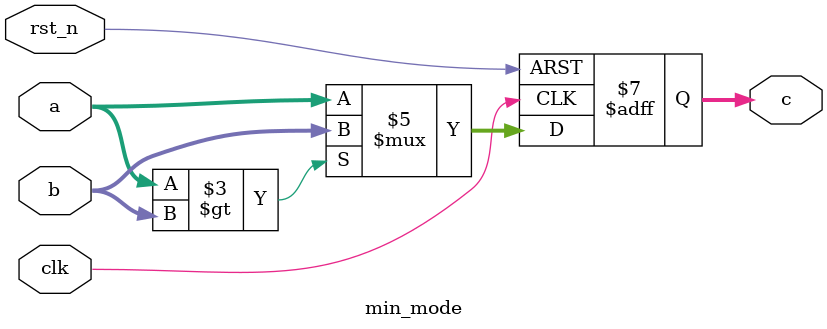
<source format=v>
`timescale 1ns/1ns
module main_mod(
	input clk,
	input rst_n,
	input [7:0]a,
	input [7:0]b,
	input [7:0]c,
	
	output [7:0]d
);
    wire [7:0] c1, c2;
    min_mode ins1 (clk, rst_n, a, b, c1);
    min_mode ins2 (clk, rst_n, b, c, c2);
    min_mode ins3 (clk, rst_n, c1, c2, d);
endmodule

module min_mode(
    input clk,
    input rst_n,
    input [7:0]a,
    input [7:0]b,

    output reg [7:0]c
);
always @(posedge clk or negedge rst_n)
        if(!rst_n)
            c <= 0;
        else if (a > b) 
            c <= b;
        else 
            c <= a;
endmodule       
</source>
